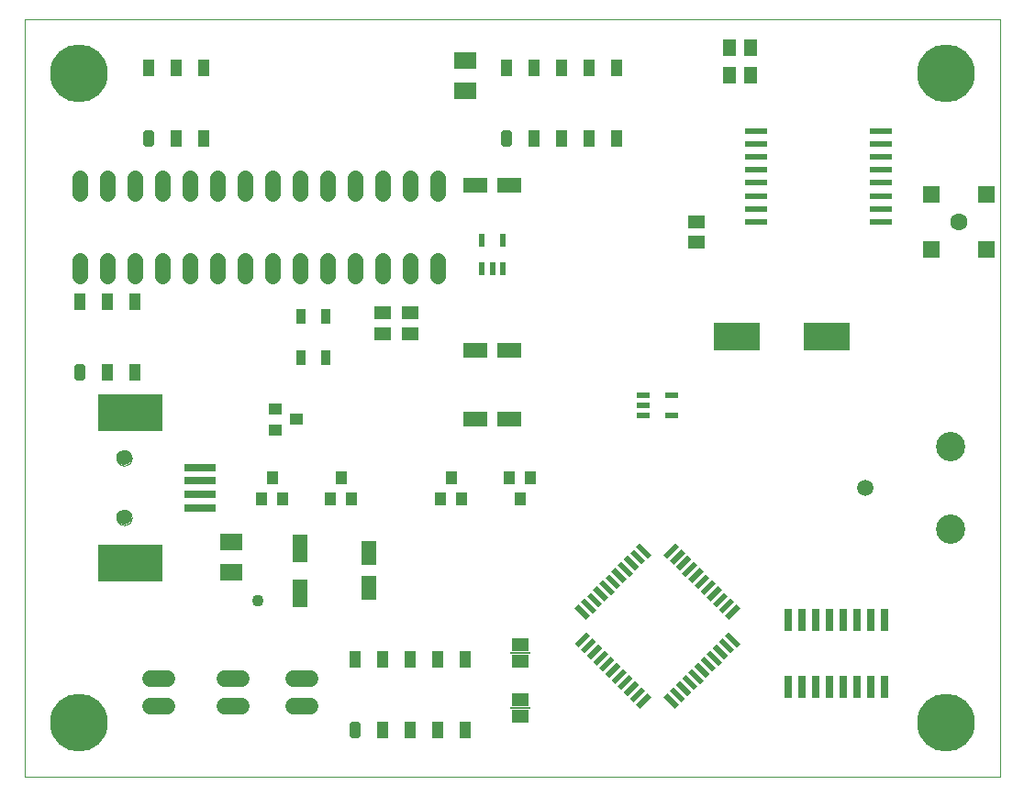
<source format=gts>
G75*
%MOIN*%
%OFA0B0*%
%FSLAX25Y25*%
%IPPOS*%
%LPD*%
%AMOC8*
5,1,8,0,0,1.08239X$1,22.5*
%
%ADD10C,0.00000*%
%ADD11C,0.05562*%
%ADD12R,0.05512X0.10236*%
%ADD13R,0.03937X0.04724*%
%ADD14R,0.07874X0.06299*%
%ADD15R,0.03937X0.05906*%
%ADD16C,0.01969*%
%ADD17R,0.02600X0.08000*%
%ADD18R,0.05906X0.01969*%
%ADD19R,0.01969X0.05906*%
%ADD20R,0.05906X0.05118*%
%ADD21R,0.06300X0.04600*%
%ADD22R,0.07200X0.00600*%
%ADD23R,0.05512X0.08661*%
%ADD24C,0.06299*%
%ADD25R,0.06299X0.06299*%
%ADD26R,0.02200X0.05000*%
%ADD27R,0.03543X0.05512*%
%ADD28C,0.10630*%
%ADD29C,0.05984*%
%ADD30R,0.23780X0.13386*%
%ADD31R,0.11811X0.02756*%
%ADD32C,0.05512*%
%ADD33C,0.21000*%
%ADD34R,0.16929X0.09843*%
%ADD35R,0.04724X0.03937*%
%ADD36R,0.05000X0.02200*%
%ADD37R,0.08661X0.05512*%
%ADD38R,0.07874X0.02362*%
%ADD39R,0.05118X0.05906*%
%ADD40C,0.05962*%
%ADD41C,0.04331*%
D10*
X0055902Y0001800D02*
X0055902Y0277391D01*
X0410233Y0277391D01*
X0410233Y0001800D01*
X0055902Y0001800D01*
X0089370Y0096149D02*
X0089372Y0096254D01*
X0089378Y0096359D01*
X0089388Y0096463D01*
X0089402Y0096567D01*
X0089420Y0096671D01*
X0089442Y0096773D01*
X0089467Y0096875D01*
X0089497Y0096976D01*
X0089530Y0097075D01*
X0089567Y0097173D01*
X0089608Y0097270D01*
X0089653Y0097365D01*
X0089701Y0097458D01*
X0089752Y0097550D01*
X0089808Y0097639D01*
X0089866Y0097726D01*
X0089928Y0097811D01*
X0089992Y0097894D01*
X0090060Y0097974D01*
X0090131Y0098051D01*
X0090205Y0098125D01*
X0090282Y0098197D01*
X0090361Y0098266D01*
X0090443Y0098331D01*
X0090527Y0098394D01*
X0090614Y0098453D01*
X0090703Y0098509D01*
X0090794Y0098562D01*
X0090887Y0098611D01*
X0090981Y0098656D01*
X0091077Y0098698D01*
X0091175Y0098736D01*
X0091274Y0098770D01*
X0091375Y0098801D01*
X0091476Y0098827D01*
X0091579Y0098850D01*
X0091682Y0098869D01*
X0091786Y0098884D01*
X0091890Y0098895D01*
X0091995Y0098902D01*
X0092100Y0098905D01*
X0092205Y0098904D01*
X0092310Y0098899D01*
X0092414Y0098890D01*
X0092518Y0098877D01*
X0092622Y0098860D01*
X0092725Y0098839D01*
X0092827Y0098814D01*
X0092928Y0098786D01*
X0093027Y0098753D01*
X0093126Y0098717D01*
X0093223Y0098677D01*
X0093318Y0098634D01*
X0093412Y0098586D01*
X0093504Y0098536D01*
X0093594Y0098482D01*
X0093682Y0098424D01*
X0093767Y0098363D01*
X0093850Y0098299D01*
X0093931Y0098232D01*
X0094009Y0098162D01*
X0094084Y0098088D01*
X0094156Y0098013D01*
X0094226Y0097934D01*
X0094292Y0097853D01*
X0094356Y0097769D01*
X0094416Y0097683D01*
X0094472Y0097595D01*
X0094526Y0097504D01*
X0094576Y0097412D01*
X0094622Y0097318D01*
X0094665Y0097222D01*
X0094704Y0097124D01*
X0094739Y0097026D01*
X0094770Y0096925D01*
X0094798Y0096824D01*
X0094822Y0096722D01*
X0094842Y0096619D01*
X0094858Y0096515D01*
X0094870Y0096411D01*
X0094878Y0096306D01*
X0094882Y0096201D01*
X0094882Y0096097D01*
X0094878Y0095992D01*
X0094870Y0095887D01*
X0094858Y0095783D01*
X0094842Y0095679D01*
X0094822Y0095576D01*
X0094798Y0095474D01*
X0094770Y0095373D01*
X0094739Y0095272D01*
X0094704Y0095174D01*
X0094665Y0095076D01*
X0094622Y0094980D01*
X0094576Y0094886D01*
X0094526Y0094794D01*
X0094472Y0094703D01*
X0094416Y0094615D01*
X0094356Y0094529D01*
X0094292Y0094445D01*
X0094226Y0094364D01*
X0094156Y0094285D01*
X0094084Y0094210D01*
X0094009Y0094136D01*
X0093931Y0094066D01*
X0093850Y0093999D01*
X0093767Y0093935D01*
X0093682Y0093874D01*
X0093594Y0093816D01*
X0093504Y0093762D01*
X0093412Y0093712D01*
X0093318Y0093664D01*
X0093223Y0093621D01*
X0093126Y0093581D01*
X0093027Y0093545D01*
X0092928Y0093512D01*
X0092827Y0093484D01*
X0092725Y0093459D01*
X0092622Y0093438D01*
X0092518Y0093421D01*
X0092414Y0093408D01*
X0092310Y0093399D01*
X0092205Y0093394D01*
X0092100Y0093393D01*
X0091995Y0093396D01*
X0091890Y0093403D01*
X0091786Y0093414D01*
X0091682Y0093429D01*
X0091579Y0093448D01*
X0091476Y0093471D01*
X0091375Y0093497D01*
X0091274Y0093528D01*
X0091175Y0093562D01*
X0091077Y0093600D01*
X0090981Y0093642D01*
X0090887Y0093687D01*
X0090794Y0093736D01*
X0090703Y0093789D01*
X0090614Y0093845D01*
X0090527Y0093904D01*
X0090443Y0093967D01*
X0090361Y0094032D01*
X0090282Y0094101D01*
X0090205Y0094173D01*
X0090131Y0094247D01*
X0090060Y0094324D01*
X0089992Y0094404D01*
X0089928Y0094487D01*
X0089866Y0094572D01*
X0089808Y0094659D01*
X0089752Y0094748D01*
X0089701Y0094840D01*
X0089653Y0094933D01*
X0089608Y0095028D01*
X0089567Y0095125D01*
X0089530Y0095223D01*
X0089497Y0095322D01*
X0089467Y0095423D01*
X0089442Y0095525D01*
X0089420Y0095627D01*
X0089402Y0095731D01*
X0089388Y0095835D01*
X0089378Y0095939D01*
X0089372Y0096044D01*
X0089370Y0096149D01*
X0089370Y0117802D02*
X0089372Y0117907D01*
X0089378Y0118012D01*
X0089388Y0118116D01*
X0089402Y0118220D01*
X0089420Y0118324D01*
X0089442Y0118426D01*
X0089467Y0118528D01*
X0089497Y0118629D01*
X0089530Y0118728D01*
X0089567Y0118826D01*
X0089608Y0118923D01*
X0089653Y0119018D01*
X0089701Y0119111D01*
X0089752Y0119203D01*
X0089808Y0119292D01*
X0089866Y0119379D01*
X0089928Y0119464D01*
X0089992Y0119547D01*
X0090060Y0119627D01*
X0090131Y0119704D01*
X0090205Y0119778D01*
X0090282Y0119850D01*
X0090361Y0119919D01*
X0090443Y0119984D01*
X0090527Y0120047D01*
X0090614Y0120106D01*
X0090703Y0120162D01*
X0090794Y0120215D01*
X0090887Y0120264D01*
X0090981Y0120309D01*
X0091077Y0120351D01*
X0091175Y0120389D01*
X0091274Y0120423D01*
X0091375Y0120454D01*
X0091476Y0120480D01*
X0091579Y0120503D01*
X0091682Y0120522D01*
X0091786Y0120537D01*
X0091890Y0120548D01*
X0091995Y0120555D01*
X0092100Y0120558D01*
X0092205Y0120557D01*
X0092310Y0120552D01*
X0092414Y0120543D01*
X0092518Y0120530D01*
X0092622Y0120513D01*
X0092725Y0120492D01*
X0092827Y0120467D01*
X0092928Y0120439D01*
X0093027Y0120406D01*
X0093126Y0120370D01*
X0093223Y0120330D01*
X0093318Y0120287D01*
X0093412Y0120239D01*
X0093504Y0120189D01*
X0093594Y0120135D01*
X0093682Y0120077D01*
X0093767Y0120016D01*
X0093850Y0119952D01*
X0093931Y0119885D01*
X0094009Y0119815D01*
X0094084Y0119741D01*
X0094156Y0119666D01*
X0094226Y0119587D01*
X0094292Y0119506D01*
X0094356Y0119422D01*
X0094416Y0119336D01*
X0094472Y0119248D01*
X0094526Y0119157D01*
X0094576Y0119065D01*
X0094622Y0118971D01*
X0094665Y0118875D01*
X0094704Y0118777D01*
X0094739Y0118679D01*
X0094770Y0118578D01*
X0094798Y0118477D01*
X0094822Y0118375D01*
X0094842Y0118272D01*
X0094858Y0118168D01*
X0094870Y0118064D01*
X0094878Y0117959D01*
X0094882Y0117854D01*
X0094882Y0117750D01*
X0094878Y0117645D01*
X0094870Y0117540D01*
X0094858Y0117436D01*
X0094842Y0117332D01*
X0094822Y0117229D01*
X0094798Y0117127D01*
X0094770Y0117026D01*
X0094739Y0116925D01*
X0094704Y0116827D01*
X0094665Y0116729D01*
X0094622Y0116633D01*
X0094576Y0116539D01*
X0094526Y0116447D01*
X0094472Y0116356D01*
X0094416Y0116268D01*
X0094356Y0116182D01*
X0094292Y0116098D01*
X0094226Y0116017D01*
X0094156Y0115938D01*
X0094084Y0115863D01*
X0094009Y0115789D01*
X0093931Y0115719D01*
X0093850Y0115652D01*
X0093767Y0115588D01*
X0093682Y0115527D01*
X0093594Y0115469D01*
X0093504Y0115415D01*
X0093412Y0115365D01*
X0093318Y0115317D01*
X0093223Y0115274D01*
X0093126Y0115234D01*
X0093027Y0115198D01*
X0092928Y0115165D01*
X0092827Y0115137D01*
X0092725Y0115112D01*
X0092622Y0115091D01*
X0092518Y0115074D01*
X0092414Y0115061D01*
X0092310Y0115052D01*
X0092205Y0115047D01*
X0092100Y0115046D01*
X0091995Y0115049D01*
X0091890Y0115056D01*
X0091786Y0115067D01*
X0091682Y0115082D01*
X0091579Y0115101D01*
X0091476Y0115124D01*
X0091375Y0115150D01*
X0091274Y0115181D01*
X0091175Y0115215D01*
X0091077Y0115253D01*
X0090981Y0115295D01*
X0090887Y0115340D01*
X0090794Y0115389D01*
X0090703Y0115442D01*
X0090614Y0115498D01*
X0090527Y0115557D01*
X0090443Y0115620D01*
X0090361Y0115685D01*
X0090282Y0115754D01*
X0090205Y0115826D01*
X0090131Y0115900D01*
X0090060Y0115977D01*
X0089992Y0116057D01*
X0089928Y0116140D01*
X0089866Y0116225D01*
X0089808Y0116312D01*
X0089752Y0116401D01*
X0089701Y0116493D01*
X0089653Y0116586D01*
X0089608Y0116681D01*
X0089567Y0116778D01*
X0089530Y0116876D01*
X0089497Y0116975D01*
X0089467Y0117076D01*
X0089442Y0117178D01*
X0089420Y0117280D01*
X0089402Y0117384D01*
X0089388Y0117488D01*
X0089378Y0117592D01*
X0089372Y0117697D01*
X0089370Y0117802D01*
D11*
X0085902Y0184019D02*
X0085902Y0189581D01*
X0075902Y0189581D02*
X0075902Y0184019D01*
X0095902Y0184019D02*
X0095902Y0189581D01*
X0105902Y0189581D02*
X0105902Y0184019D01*
X0115902Y0184019D02*
X0115902Y0189581D01*
X0125902Y0189581D02*
X0125902Y0184019D01*
X0135902Y0184019D02*
X0135902Y0189581D01*
X0145902Y0189581D02*
X0145902Y0184019D01*
X0155902Y0184019D02*
X0155902Y0189581D01*
X0165902Y0189581D02*
X0165902Y0184019D01*
X0175902Y0184019D02*
X0175902Y0189581D01*
X0185902Y0189581D02*
X0185902Y0184019D01*
X0195902Y0184019D02*
X0195902Y0189581D01*
X0205902Y0189581D02*
X0205902Y0184019D01*
X0205902Y0214019D02*
X0205902Y0219581D01*
X0195902Y0219581D02*
X0195902Y0214019D01*
X0185902Y0214019D02*
X0185902Y0219581D01*
X0175902Y0219581D02*
X0175902Y0214019D01*
X0165902Y0214019D02*
X0165902Y0219581D01*
X0155902Y0219581D02*
X0155902Y0214019D01*
X0145902Y0214019D02*
X0145902Y0219581D01*
X0135902Y0219581D02*
X0135902Y0214019D01*
X0125902Y0214019D02*
X0125902Y0219581D01*
X0115902Y0219581D02*
X0115902Y0214019D01*
X0105902Y0214019D02*
X0105902Y0219581D01*
X0095902Y0219581D02*
X0095902Y0214019D01*
X0085902Y0214019D02*
X0085902Y0219581D01*
X0075902Y0219581D02*
X0075902Y0214019D01*
D12*
X0155902Y0084871D03*
X0155902Y0068729D03*
D13*
X0149839Y0102863D03*
X0141965Y0102863D03*
X0145902Y0110737D03*
X0166965Y0102863D03*
X0174839Y0102863D03*
X0170902Y0110737D03*
X0206965Y0102863D03*
X0214839Y0102863D03*
X0210902Y0110737D03*
X0231965Y0110737D03*
X0239839Y0110737D03*
X0235902Y0102863D03*
D14*
X0130902Y0087312D03*
X0130902Y0076288D03*
X0215902Y0251288D03*
X0215902Y0262312D03*
D15*
X0230902Y0259595D03*
X0240902Y0259595D03*
X0250902Y0259595D03*
X0260902Y0259595D03*
X0270902Y0259595D03*
X0270902Y0234005D03*
X0260902Y0234005D03*
X0250902Y0234005D03*
X0240902Y0234005D03*
X0120902Y0234005D03*
X0110902Y0234005D03*
X0110902Y0259595D03*
X0100902Y0259595D03*
X0120902Y0259595D03*
X0095902Y0174595D03*
X0085902Y0174595D03*
X0075902Y0174595D03*
X0085902Y0149005D03*
X0095902Y0149005D03*
X0175902Y0044595D03*
X0185902Y0044595D03*
X0195902Y0044595D03*
X0205902Y0044595D03*
X0215902Y0044595D03*
X0215902Y0019005D03*
X0205902Y0019005D03*
X0195902Y0019005D03*
X0185902Y0019005D03*
D16*
X0174918Y0017036D02*
X0174918Y0020974D01*
X0176886Y0020974D01*
X0176886Y0017036D01*
X0174918Y0017036D01*
X0174918Y0019004D02*
X0176886Y0019004D01*
X0176886Y0020972D02*
X0174918Y0020972D01*
X0074918Y0147036D02*
X0074918Y0150974D01*
X0076886Y0150974D01*
X0076886Y0147036D01*
X0074918Y0147036D01*
X0074918Y0149004D02*
X0076886Y0149004D01*
X0076886Y0150972D02*
X0074918Y0150972D01*
X0099918Y0232036D02*
X0099918Y0235974D01*
X0101886Y0235974D01*
X0101886Y0232036D01*
X0099918Y0232036D01*
X0099918Y0234004D02*
X0101886Y0234004D01*
X0101886Y0235972D02*
X0099918Y0235972D01*
X0229918Y0235974D02*
X0229918Y0232036D01*
X0229918Y0235974D02*
X0231886Y0235974D01*
X0231886Y0232036D01*
X0229918Y0232036D01*
X0229918Y0234004D02*
X0231886Y0234004D01*
X0231886Y0235972D02*
X0229918Y0235972D01*
D17*
X0333402Y0058900D03*
X0338402Y0058900D03*
X0343402Y0058900D03*
X0348402Y0058900D03*
X0353402Y0058900D03*
X0358402Y0058900D03*
X0363402Y0058900D03*
X0368402Y0058900D03*
X0368402Y0034700D03*
X0363402Y0034700D03*
X0358402Y0034700D03*
X0353402Y0034700D03*
X0348402Y0034700D03*
X0343402Y0034700D03*
X0338402Y0034700D03*
X0333402Y0034700D03*
D18*
G36*
X0314576Y0049006D02*
X0310401Y0053181D01*
X0311792Y0054572D01*
X0315967Y0050397D01*
X0314576Y0049006D01*
G37*
G36*
X0312349Y0046779D02*
X0308174Y0050954D01*
X0309565Y0052345D01*
X0313740Y0048170D01*
X0312349Y0046779D01*
G37*
G36*
X0310122Y0044552D02*
X0305947Y0048727D01*
X0307338Y0050118D01*
X0311513Y0045943D01*
X0310122Y0044552D01*
G37*
G36*
X0307895Y0042325D02*
X0303720Y0046500D01*
X0305111Y0047891D01*
X0309286Y0043716D01*
X0307895Y0042325D01*
G37*
G36*
X0305668Y0040098D02*
X0301493Y0044273D01*
X0302884Y0045664D01*
X0307059Y0041489D01*
X0305668Y0040098D01*
G37*
G36*
X0303441Y0037870D02*
X0299266Y0042045D01*
X0300657Y0043436D01*
X0304832Y0039261D01*
X0303441Y0037870D01*
G37*
G36*
X0301214Y0035643D02*
X0297039Y0039818D01*
X0298430Y0041209D01*
X0302605Y0037034D01*
X0301214Y0035643D01*
G37*
G36*
X0298987Y0033416D02*
X0294812Y0037591D01*
X0296203Y0038982D01*
X0300378Y0034807D01*
X0298987Y0033416D01*
G37*
G36*
X0296759Y0031189D02*
X0292584Y0035364D01*
X0293975Y0036755D01*
X0298150Y0032580D01*
X0296759Y0031189D01*
G37*
G36*
X0294532Y0028962D02*
X0290357Y0033137D01*
X0291748Y0034528D01*
X0295923Y0030353D01*
X0294532Y0028962D01*
G37*
G36*
X0292305Y0026735D02*
X0288130Y0030910D01*
X0289521Y0032301D01*
X0293696Y0028126D01*
X0292305Y0026735D01*
G37*
G36*
X0260012Y0059028D02*
X0255837Y0063203D01*
X0257228Y0064594D01*
X0261403Y0060419D01*
X0260012Y0059028D01*
G37*
G36*
X0262239Y0061255D02*
X0258064Y0065430D01*
X0259455Y0066821D01*
X0263630Y0062646D01*
X0262239Y0061255D01*
G37*
G36*
X0264466Y0063482D02*
X0260291Y0067657D01*
X0261682Y0069048D01*
X0265857Y0064873D01*
X0264466Y0063482D01*
G37*
G36*
X0266693Y0065709D02*
X0262518Y0069884D01*
X0263909Y0071275D01*
X0268084Y0067100D01*
X0266693Y0065709D01*
G37*
G36*
X0268921Y0067936D02*
X0264746Y0072111D01*
X0266137Y0073502D01*
X0270312Y0069327D01*
X0268921Y0067936D01*
G37*
G36*
X0271148Y0070164D02*
X0266973Y0074339D01*
X0268364Y0075730D01*
X0272539Y0071555D01*
X0271148Y0070164D01*
G37*
G36*
X0273375Y0072391D02*
X0269200Y0076566D01*
X0270591Y0077957D01*
X0274766Y0073782D01*
X0273375Y0072391D01*
G37*
G36*
X0275602Y0074618D02*
X0271427Y0078793D01*
X0272818Y0080184D01*
X0276993Y0076009D01*
X0275602Y0074618D01*
G37*
G36*
X0277829Y0076845D02*
X0273654Y0081020D01*
X0275045Y0082411D01*
X0279220Y0078236D01*
X0277829Y0076845D01*
G37*
G36*
X0280056Y0079072D02*
X0275881Y0083247D01*
X0277272Y0084638D01*
X0281447Y0080463D01*
X0280056Y0079072D01*
G37*
G36*
X0282283Y0081299D02*
X0278108Y0085474D01*
X0279499Y0086865D01*
X0283674Y0082690D01*
X0282283Y0081299D01*
G37*
D19*
G36*
X0289521Y0081299D02*
X0288130Y0082690D01*
X0292305Y0086865D01*
X0293696Y0085474D01*
X0289521Y0081299D01*
G37*
G36*
X0291748Y0079072D02*
X0290357Y0080463D01*
X0294532Y0084638D01*
X0295923Y0083247D01*
X0291748Y0079072D01*
G37*
G36*
X0293975Y0076845D02*
X0292584Y0078236D01*
X0296759Y0082411D01*
X0298150Y0081020D01*
X0293975Y0076845D01*
G37*
G36*
X0296203Y0074618D02*
X0294812Y0076009D01*
X0298987Y0080184D01*
X0300378Y0078793D01*
X0296203Y0074618D01*
G37*
G36*
X0298430Y0072391D02*
X0297039Y0073782D01*
X0301214Y0077957D01*
X0302605Y0076566D01*
X0298430Y0072391D01*
G37*
G36*
X0300657Y0070164D02*
X0299266Y0071555D01*
X0303441Y0075730D01*
X0304832Y0074339D01*
X0300657Y0070164D01*
G37*
G36*
X0302884Y0067936D02*
X0301493Y0069327D01*
X0305668Y0073502D01*
X0307059Y0072111D01*
X0302884Y0067936D01*
G37*
G36*
X0305111Y0065709D02*
X0303720Y0067100D01*
X0307895Y0071275D01*
X0309286Y0069884D01*
X0305111Y0065709D01*
G37*
G36*
X0307338Y0063482D02*
X0305947Y0064873D01*
X0310122Y0069048D01*
X0311513Y0067657D01*
X0307338Y0063482D01*
G37*
G36*
X0309565Y0061255D02*
X0308174Y0062646D01*
X0312349Y0066821D01*
X0313740Y0065430D01*
X0309565Y0061255D01*
G37*
G36*
X0311792Y0059028D02*
X0310401Y0060419D01*
X0314576Y0064594D01*
X0315967Y0063203D01*
X0311792Y0059028D01*
G37*
G36*
X0277272Y0028962D02*
X0275881Y0030353D01*
X0280056Y0034528D01*
X0281447Y0033137D01*
X0277272Y0028962D01*
G37*
G36*
X0279499Y0026735D02*
X0278108Y0028126D01*
X0282283Y0032301D01*
X0283674Y0030910D01*
X0279499Y0026735D01*
G37*
G36*
X0275045Y0031189D02*
X0273654Y0032580D01*
X0277829Y0036755D01*
X0279220Y0035364D01*
X0275045Y0031189D01*
G37*
G36*
X0272818Y0033416D02*
X0271427Y0034807D01*
X0275602Y0038982D01*
X0276993Y0037591D01*
X0272818Y0033416D01*
G37*
G36*
X0270591Y0035643D02*
X0269200Y0037034D01*
X0273375Y0041209D01*
X0274766Y0039818D01*
X0270591Y0035643D01*
G37*
G36*
X0268364Y0037870D02*
X0266973Y0039261D01*
X0271148Y0043436D01*
X0272539Y0042045D01*
X0268364Y0037870D01*
G37*
G36*
X0266137Y0040098D02*
X0264746Y0041489D01*
X0268921Y0045664D01*
X0270312Y0044273D01*
X0266137Y0040098D01*
G37*
G36*
X0263909Y0042325D02*
X0262518Y0043716D01*
X0266693Y0047891D01*
X0268084Y0046500D01*
X0263909Y0042325D01*
G37*
G36*
X0261682Y0044552D02*
X0260291Y0045943D01*
X0264466Y0050118D01*
X0265857Y0048727D01*
X0261682Y0044552D01*
G37*
G36*
X0259455Y0046779D02*
X0258064Y0048170D01*
X0262239Y0052345D01*
X0263630Y0050954D01*
X0259455Y0046779D01*
G37*
G36*
X0257228Y0049006D02*
X0255837Y0050397D01*
X0260012Y0054572D01*
X0261403Y0053181D01*
X0257228Y0049006D01*
G37*
D20*
X0195902Y0163060D03*
X0195902Y0170540D03*
X0185902Y0170540D03*
X0185902Y0163060D03*
X0299954Y0196083D03*
X0299954Y0203564D03*
D21*
X0235902Y0049800D03*
X0235902Y0043800D03*
X0235902Y0029800D03*
X0235902Y0023800D03*
D22*
X0235902Y0026800D03*
X0235902Y0046800D03*
D23*
X0180902Y0070501D03*
X0180902Y0083099D03*
D24*
X0395433Y0203639D03*
D25*
X0405433Y0193639D03*
X0385433Y0193639D03*
X0385433Y0213639D03*
X0405433Y0213639D03*
D26*
X0229602Y0196900D03*
X0222202Y0196900D03*
X0222202Y0186700D03*
X0225902Y0186700D03*
X0229602Y0186700D03*
D27*
X0165430Y0169280D03*
X0156375Y0169280D03*
X0156375Y0154320D03*
X0165430Y0154320D03*
D28*
X0392223Y0121761D03*
X0392223Y0091839D03*
D29*
X0361515Y0106800D03*
D30*
X0094409Y0079731D03*
X0094409Y0134219D03*
D31*
X0119685Y0114338D03*
X0119685Y0109416D03*
X0119685Y0104534D03*
X0119685Y0099613D03*
D32*
X0092126Y0096149D03*
X0092126Y0117802D03*
D33*
X0075587Y0021485D03*
X0390548Y0021485D03*
X0390548Y0257706D03*
X0075587Y0257706D03*
D34*
X0314564Y0161800D03*
X0347241Y0161800D03*
D35*
X0154839Y0131800D03*
X0146965Y0127863D03*
X0146965Y0135737D03*
D36*
X0280802Y0136800D03*
X0280802Y0133100D03*
X0280802Y0140500D03*
X0291002Y0140500D03*
X0291002Y0133100D03*
D37*
X0232201Y0131800D03*
X0219603Y0131800D03*
X0219603Y0156800D03*
X0232201Y0156800D03*
X0232201Y0216800D03*
X0219603Y0216800D03*
D38*
X0321638Y0217784D03*
X0321638Y0222508D03*
X0321638Y0227232D03*
X0321638Y0231957D03*
X0321638Y0236681D03*
X0321638Y0213059D03*
X0321638Y0208335D03*
X0321638Y0203610D03*
X0366913Y0203610D03*
X0366913Y0208335D03*
X0366913Y0213059D03*
X0366913Y0217784D03*
X0366913Y0222508D03*
X0366913Y0227232D03*
X0366913Y0231957D03*
X0366913Y0236681D03*
D39*
X0319642Y0256800D03*
X0312162Y0256800D03*
X0312162Y0266800D03*
X0319642Y0266800D03*
D40*
X0159703Y0037456D02*
X0153741Y0037456D01*
X0153741Y0027456D02*
X0159703Y0027456D01*
X0134702Y0027456D02*
X0128740Y0027456D01*
X0128740Y0037456D02*
X0134702Y0037456D01*
X0107572Y0037456D02*
X0101609Y0037456D01*
X0101609Y0027456D02*
X0107572Y0027456D01*
D41*
X0140760Y0065946D03*
M02*

</source>
